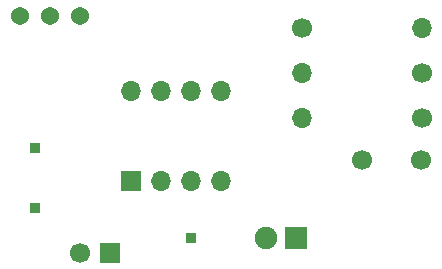
<source format=gbr>
%TF.GenerationSoftware,KiCad,Pcbnew,(5.1.6)-1*%
%TF.CreationDate,2020-09-25T13:44:17-07:00*%
%TF.ProjectId,555Timer,35353554-696d-4657-922e-6b696361645f,rev?*%
%TF.SameCoordinates,Original*%
%TF.FileFunction,Soldermask,Bot*%
%TF.FilePolarity,Negative*%
%FSLAX46Y46*%
G04 Gerber Fmt 4.6, Leading zero omitted, Abs format (unit mm)*
G04 Created by KiCad (PCBNEW (5.1.6)-1) date 2020-09-25 13:44:17*
%MOMM*%
%LPD*%
G01*
G04 APERTURE LIST*
%ADD10C,1.700000*%
%ADD11O,1.700000X1.700000*%
%ADD12R,1.700000X1.700000*%
%ADD13R,1.900000X1.900000*%
%ADD14C,1.900000*%
%ADD15R,0.950000X0.950000*%
%ADD16C,1.540000*%
G04 APERTURE END LIST*
D10*
%TO.C,R2*%
X144526000Y-69596000D03*
D11*
X154686000Y-69596000D03*
%TD*%
D12*
%TO.C,C1*%
X128270000Y-88646000D03*
D10*
X125770000Y-88646000D03*
%TD*%
%TO.C,C2*%
X149606000Y-80772000D03*
X154606000Y-80772000D03*
%TD*%
D13*
%TO.C,D1*%
X144018000Y-87376000D03*
D14*
X141478000Y-87376000D03*
%TD*%
D15*
%TO.C,J1*%
X135128000Y-87376000D03*
%TD*%
D11*
%TO.C,R3*%
X144526000Y-73406000D03*
D10*
X154686000Y-73406000D03*
%TD*%
D16*
%TO.C,RV1*%
X120650000Y-68580000D03*
X123190000Y-68580000D03*
X125730000Y-68580000D03*
%TD*%
D12*
%TO.C,U1*%
X130048000Y-82550000D03*
D11*
X137668000Y-74930000D03*
X132588000Y-82550000D03*
X135128000Y-74930000D03*
X135128000Y-82550000D03*
X132588000Y-74930000D03*
X137668000Y-82550000D03*
X130048000Y-74930000D03*
%TD*%
D15*
%TO.C,J2*%
X121920000Y-84836000D03*
%TD*%
%TO.C,J3*%
X121920000Y-79756000D03*
%TD*%
D10*
%TO.C,R1*%
X154686000Y-77216000D03*
D11*
X144526000Y-77216000D03*
%TD*%
M02*

</source>
